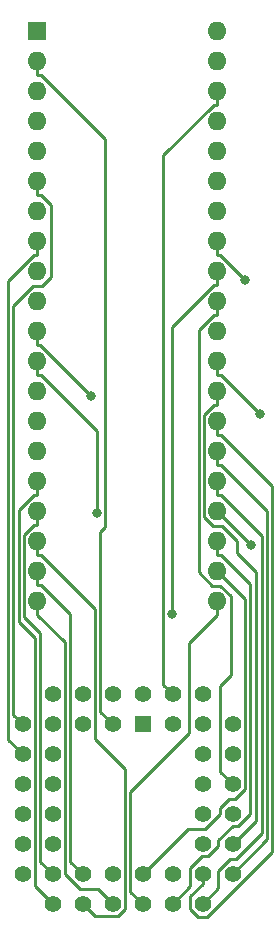
<source format=gbr>
%TF.GenerationSoftware,KiCad,Pcbnew,(5.1.7)-1*%
%TF.CreationDate,2020-11-01T14:15:20+00:00*%
%TF.ProjectId,PLCC44-EPROM-Adapter,504c4343-3434-42d4-9550-524f4d2d4164,rev?*%
%TF.SameCoordinates,Original*%
%TF.FileFunction,Copper,L2,Bot*%
%TF.FilePolarity,Positive*%
%FSLAX46Y46*%
G04 Gerber Fmt 4.6, Leading zero omitted, Abs format (unit mm)*
G04 Created by KiCad (PCBNEW (5.1.7)-1) date 2020-11-01 14:15:20*
%MOMM*%
%LPD*%
G01*
G04 APERTURE LIST*
%TA.AperFunction,ComponentPad*%
%ADD10O,1.600000X1.600000*%
%TD*%
%TA.AperFunction,ComponentPad*%
%ADD11R,1.600000X1.600000*%
%TD*%
%TA.AperFunction,ComponentPad*%
%ADD12C,1.422400*%
%TD*%
%TA.AperFunction,ComponentPad*%
%ADD13R,1.422400X1.422400*%
%TD*%
%TA.AperFunction,ViaPad*%
%ADD14C,0.800000*%
%TD*%
%TA.AperFunction,Conductor*%
%ADD15C,0.250000*%
%TD*%
G04 APERTURE END LIST*
D10*
%TO.P,U2,40*%
%TO.N,/VCC*%
X100194000Y-81692500D03*
%TO.P,U2,20*%
%TO.N,/_OE*%
X84954000Y-129952500D03*
%TO.P,U2,39*%
%TO.N,/A17*%
X100194000Y-84232500D03*
%TO.P,U2,19*%
%TO.N,/D0*%
X84954000Y-127412500D03*
%TO.P,U2,38*%
%TO.N,/A16*%
X100194000Y-86772500D03*
%TO.P,U2,18*%
%TO.N,/D1*%
X84954000Y-124872500D03*
%TO.P,U2,37*%
%TO.N,/A15*%
X100194000Y-89312500D03*
%TO.P,U2,17*%
%TO.N,/D2*%
X84954000Y-122332500D03*
%TO.P,U2,36*%
%TO.N,/A14*%
X100194000Y-91852500D03*
%TO.P,U2,16*%
%TO.N,/D3*%
X84954000Y-119792500D03*
%TO.P,U2,35*%
%TO.N,/A13*%
X100194000Y-94392500D03*
%TO.P,U2,15*%
%TO.N,/D4*%
X84954000Y-117252500D03*
%TO.P,U2,34*%
%TO.N,/A12*%
X100194000Y-96932500D03*
%TO.P,U2,14*%
%TO.N,Net-(U2-Pad14)*%
X84954000Y-114712500D03*
%TO.P,U2,33*%
%TO.N,/A11*%
X100194000Y-99472500D03*
%TO.P,U2,13*%
%TO.N,/D6*%
X84954000Y-112172500D03*
%TO.P,U2,32*%
%TO.N,/A10*%
X100194000Y-102012500D03*
%TO.P,U2,12*%
%TO.N,/D7*%
X84954000Y-109632500D03*
%TO.P,U2,31*%
%TO.N,/A9*%
X100194000Y-104552500D03*
%TO.P,U2,11*%
%TO.N,/GND1*%
X84954000Y-107092500D03*
%TO.P,U2,30*%
%TO.N,/GND2*%
X100194000Y-107092500D03*
%TO.P,U2,10*%
%TO.N,/D8*%
X84954000Y-104552500D03*
%TO.P,U2,29*%
%TO.N,/A8*%
X100194000Y-109632500D03*
%TO.P,U2,9*%
%TO.N,/D9*%
X84954000Y-102012500D03*
%TO.P,U2,28*%
%TO.N,/A7*%
X100194000Y-112172500D03*
%TO.P,U2,8*%
%TO.N,/D10*%
X84954000Y-99472500D03*
%TO.P,U2,27*%
%TO.N,/A6*%
X100194000Y-114712500D03*
%TO.P,U2,7*%
%TO.N,/D11*%
X84954000Y-96932500D03*
%TO.P,U2,26*%
%TO.N,/A5*%
X100194000Y-117252500D03*
%TO.P,U2,6*%
%TO.N,/D12*%
X84954000Y-94392500D03*
%TO.P,U2,25*%
%TO.N,/A4*%
X100194000Y-119792500D03*
%TO.P,U2,5*%
%TO.N,/D13*%
X84954000Y-91852500D03*
%TO.P,U2,24*%
%TO.N,/A3*%
X100194000Y-122332500D03*
%TO.P,U2,4*%
%TO.N,/D14*%
X84954000Y-89312500D03*
%TO.P,U2,23*%
%TO.N,/A2*%
X100194000Y-124872500D03*
%TO.P,U2,3*%
%TO.N,/D15*%
X84954000Y-86772500D03*
%TO.P,U2,22*%
%TO.N,/A1*%
X100194000Y-127412500D03*
%TO.P,U2,2*%
%TO.N,/_CE*%
X84954000Y-84232500D03*
%TO.P,U2,21*%
%TO.N,/A0*%
X100194000Y-129952500D03*
D11*
%TO.P,U2,1*%
%TO.N,/VPP*%
X84954000Y-81692500D03*
%TD*%
D12*
%TO.P,U1,39*%
%TO.N,/A13*%
X101473000Y-140335000D03*
%TO.P,U1,37*%
%TO.N,/A11*%
X101473000Y-142875000D03*
%TO.P,U1,35*%
%TO.N,/A9*%
X101473000Y-145415000D03*
%TO.P,U1,33*%
%TO.N,Net-(U1-Pad33)*%
X101473000Y-147955000D03*
%TO.P,U1,31*%
%TO.N,/A7*%
X101473000Y-150495000D03*
%TO.P,U1,40*%
%TO.N,/A14*%
X98933000Y-137795000D03*
%TO.P,U1,38*%
%TO.N,/A12*%
X98933000Y-142875000D03*
%TO.P,U1,36*%
%TO.N,/A10*%
X98933000Y-145415000D03*
%TO.P,U1,34*%
%TO.N,/GND2*%
X98933000Y-147955000D03*
%TO.P,U1,32*%
%TO.N,/A8*%
X98933000Y-150495000D03*
%TO.P,U1,30*%
%TO.N,/A6*%
X98933000Y-153035000D03*
%TO.P,U1,28*%
%TO.N,/A4*%
X98933000Y-155575000D03*
%TO.P,U1,26*%
%TO.N,/A2*%
X96393000Y-155575000D03*
%TO.P,U1,24*%
%TO.N,/A0*%
X93853000Y-155575000D03*
%TO.P,U1,22*%
%TO.N,/_OE*%
X91313000Y-155575000D03*
%TO.P,U1,20*%
%TO.N,/D1*%
X88773000Y-155575000D03*
%TO.P,U1,18*%
%TO.N,/D3*%
X86233000Y-155575000D03*
%TO.P,U1,29*%
%TO.N,/A5*%
X101473000Y-153035000D03*
%TO.P,U1,27*%
%TO.N,/A3*%
X96393000Y-153035000D03*
%TO.P,U1,25*%
%TO.N,/A1*%
X93853000Y-153035000D03*
%TO.P,U1,23*%
%TO.N,Net-(U1-Pad23)*%
X91313000Y-153035000D03*
%TO.P,U1,21*%
%TO.N,/D0*%
X88773000Y-153035000D03*
%TO.P,U1,19*%
%TO.N,/D2*%
X86233000Y-153035000D03*
%TO.P,U1,17*%
%TO.N,/D4*%
X83693000Y-153035000D03*
%TO.P,U1,15*%
%TO.N,/D6*%
X83693000Y-150495000D03*
%TO.P,U1,13*%
%TO.N,Net-(U1-Pad13)*%
X83693000Y-147955000D03*
%TO.P,U1,11*%
%TO.N,/D8*%
X83693000Y-145415000D03*
%TO.P,U1,9*%
%TO.N,/D10*%
X83693000Y-142875000D03*
%TO.P,U1,7*%
%TO.N,/D12*%
X83693000Y-140335000D03*
%TO.P,U1,16*%
%TO.N,/D5*%
X86233000Y-150495000D03*
%TO.P,U1,14*%
%TO.N,/D7*%
X86233000Y-147955000D03*
%TO.P,U1,12*%
%TO.N,/GND1*%
X86233000Y-145415000D03*
%TO.P,U1,10*%
%TO.N,/D9*%
X86233000Y-142875000D03*
%TO.P,U1,8*%
%TO.N,/D11*%
X86233000Y-140335000D03*
%TO.P,U1,42*%
%TO.N,/A16*%
X96393000Y-137795000D03*
%TO.P,U1,44*%
%TO.N,/VCC*%
X93853000Y-137795000D03*
%TO.P,U1,6*%
%TO.N,/D13*%
X86233000Y-137795000D03*
%TO.P,U1,4*%
%TO.N,/D15*%
X88773000Y-137795000D03*
%TO.P,U1,2*%
%TO.N,/VPP*%
X91313000Y-137795000D03*
%TO.P,U1,41*%
%TO.N,/A15*%
X98933000Y-140335000D03*
%TO.P,U1,43*%
%TO.N,/A17*%
X96393000Y-140335000D03*
%TO.P,U1,5*%
%TO.N,/D14*%
X88773000Y-140335000D03*
%TO.P,U1,3*%
%TO.N,/_CE*%
X91313000Y-140335000D03*
D13*
%TO.P,U1,1*%
%TO.N,Net-(U1-Pad1)*%
X93853000Y-140335000D03*
%TD*%
D14*
%TO.N,/A11*%
X102563200Y-102785100D03*
%TO.N,/A10*%
X96368100Y-131020000D03*
%TO.N,/D7*%
X89971400Y-122476400D03*
%TO.N,/A8*%
X103780400Y-114062800D03*
%TO.N,/GND1*%
X89501400Y-112559300D03*
%TO.N,/A3*%
X103039400Y-125177900D03*
%TD*%
D15*
%TO.N,/D1*%
X84954000Y-124872500D02*
X84954000Y-125997800D01*
X88773000Y-155575000D02*
X89809800Y-156611800D01*
X89809800Y-156611800D02*
X91761100Y-156611800D01*
X91761100Y-156611800D02*
X92359300Y-156013600D01*
X92359300Y-156013600D02*
X92359300Y-144184900D01*
X92359300Y-144184900D02*
X89820900Y-141646500D01*
X89820900Y-141646500D02*
X89820900Y-130583400D01*
X89820900Y-130583400D02*
X85235300Y-125997800D01*
X85235300Y-125997800D02*
X84954000Y-125997800D01*
%TO.N,/D2*%
X84954000Y-122332500D02*
X84954000Y-123457800D01*
X84954000Y-123457800D02*
X84672600Y-123457800D01*
X84672600Y-123457800D02*
X83828700Y-124301700D01*
X83828700Y-124301700D02*
X83828700Y-131248100D01*
X83828700Y-131248100D02*
X85189800Y-132609200D01*
X85189800Y-132609200D02*
X85189800Y-151991800D01*
X85189800Y-151991800D02*
X86233000Y-153035000D01*
%TO.N,/D3*%
X84954000Y-120917800D02*
X84672600Y-120917800D01*
X84672600Y-120917800D02*
X83378400Y-122212000D01*
X83378400Y-122212000D02*
X83378400Y-131660000D01*
X83378400Y-131660000D02*
X84739400Y-133021000D01*
X84739400Y-133021000D02*
X84739400Y-154081400D01*
X84739400Y-154081400D02*
X86233000Y-155575000D01*
X84954000Y-119792500D02*
X84954000Y-120917800D01*
%TO.N,/A11*%
X100194000Y-100597800D02*
X100375900Y-100597800D01*
X100375900Y-100597800D02*
X102563200Y-102785100D01*
X100194000Y-99472500D02*
X100194000Y-100597800D01*
%TO.N,/A10*%
X100194000Y-102012500D02*
X100194000Y-103137800D01*
X96368100Y-131020000D02*
X96368100Y-106682400D01*
X96368100Y-106682400D02*
X99912700Y-103137800D01*
X99912700Y-103137800D02*
X100194000Y-103137800D01*
%TO.N,/A9*%
X100194000Y-104552500D02*
X100194000Y-105677800D01*
X101473000Y-145415000D02*
X100418100Y-144360100D01*
X100418100Y-144360100D02*
X100418100Y-137124800D01*
X100418100Y-137124800D02*
X101322100Y-136220800D01*
X101322100Y-136220800D02*
X101322100Y-129487500D01*
X101322100Y-129487500D02*
X100447700Y-128613100D01*
X100447700Y-128613100D02*
X99758200Y-128613100D01*
X99758200Y-128613100D02*
X98606300Y-127461200D01*
X98606300Y-127461200D02*
X98606300Y-106984200D01*
X98606300Y-106984200D02*
X99912700Y-105677800D01*
X99912700Y-105677800D02*
X100194000Y-105677800D01*
%TO.N,/D7*%
X84954000Y-109632500D02*
X84954000Y-110757800D01*
X89971400Y-122476400D02*
X89971400Y-115493900D01*
X89971400Y-115493900D02*
X85235300Y-110757800D01*
X85235300Y-110757800D02*
X84954000Y-110757800D01*
%TO.N,/A8*%
X100194000Y-110757800D02*
X100475400Y-110757800D01*
X100475400Y-110757800D02*
X103780400Y-114062800D01*
X100194000Y-109632500D02*
X100194000Y-110757800D01*
%TO.N,/GND1*%
X84954000Y-108217800D02*
X85159900Y-108217800D01*
X85159900Y-108217800D02*
X89501400Y-112559300D01*
X84954000Y-107092500D02*
X84954000Y-108217800D01*
%TO.N,/A7*%
X100194000Y-112172500D02*
X100194000Y-113297800D01*
X101473000Y-150495000D02*
X103435500Y-148532500D01*
X103435500Y-148532500D02*
X103435500Y-127428900D01*
X103435500Y-127428900D02*
X101875500Y-125868900D01*
X101875500Y-125868900D02*
X101875500Y-124879300D01*
X101875500Y-124879300D02*
X100598700Y-123602500D01*
X100598700Y-123602500D02*
X99833600Y-123602500D01*
X99833600Y-123602500D02*
X99068700Y-122837600D01*
X99068700Y-122837600D02*
X99068700Y-114141700D01*
X99068700Y-114141700D02*
X99912600Y-113297800D01*
X99912600Y-113297800D02*
X100194000Y-113297800D01*
%TO.N,/A6*%
X100194000Y-114712500D02*
X100194000Y-115837800D01*
X98933000Y-153035000D02*
X98933000Y-153877400D01*
X98933000Y-153877400D02*
X97887900Y-154922500D01*
X97887900Y-154922500D02*
X97887900Y-156000900D01*
X97887900Y-156000900D02*
X98573400Y-156686400D01*
X98573400Y-156686400D02*
X99311900Y-156686400D01*
X99311900Y-156686400D02*
X104853600Y-151144700D01*
X104853600Y-151144700D02*
X104853600Y-120216100D01*
X104853600Y-120216100D02*
X100475300Y-115837800D01*
X100475300Y-115837800D02*
X100194000Y-115837800D01*
%TO.N,/A5*%
X101473000Y-153035000D02*
X104396000Y-150112000D01*
X104396000Y-150112000D02*
X104396000Y-122298500D01*
X104396000Y-122298500D02*
X100475300Y-118377800D01*
X100475300Y-118377800D02*
X100194000Y-118377800D01*
X100194000Y-117252500D02*
X100194000Y-118377800D01*
%TO.N,/D10*%
X84954000Y-100597800D02*
X84672700Y-100597800D01*
X84672700Y-100597800D02*
X82477800Y-102792700D01*
X82477800Y-102792700D02*
X82477800Y-141659800D01*
X82477800Y-141659800D02*
X83693000Y-142875000D01*
X84954000Y-99472500D02*
X84954000Y-100597800D01*
%TO.N,/A4*%
X98933000Y-155575000D02*
X100268800Y-154239200D01*
X100268800Y-154239200D02*
X100268800Y-152760100D01*
X100268800Y-152760100D02*
X101263900Y-151765000D01*
X101263900Y-151765000D02*
X101743400Y-151765000D01*
X101743400Y-151765000D02*
X103945700Y-149562700D01*
X103945700Y-149562700D02*
X103945700Y-124396000D01*
X103945700Y-124396000D02*
X100467500Y-120917800D01*
X100467500Y-120917800D02*
X100194000Y-120917800D01*
X100194000Y-119792500D02*
X100194000Y-120917800D01*
%TO.N,/A3*%
X103039400Y-125177900D02*
X100194000Y-122332500D01*
%TO.N,/D12*%
X84954000Y-95517800D02*
X85235300Y-95517800D01*
X85235300Y-95517800D02*
X86080100Y-96362600D01*
X86080100Y-96362600D02*
X86080100Y-102527200D01*
X86080100Y-102527200D02*
X85324800Y-103282500D01*
X85324800Y-103282500D02*
X84609900Y-103282500D01*
X84609900Y-103282500D02*
X82928100Y-104964300D01*
X82928100Y-104964300D02*
X82928100Y-139570100D01*
X82928100Y-139570100D02*
X83693000Y-140335000D01*
X84954000Y-94392500D02*
X84954000Y-95517800D01*
%TO.N,/A2*%
X100194000Y-125997800D02*
X100475300Y-125997800D01*
X100475300Y-125997800D02*
X102975400Y-128497900D01*
X102975400Y-128497900D02*
X102975400Y-147932700D01*
X102975400Y-147932700D02*
X101908400Y-148999700D01*
X101908400Y-148999700D02*
X101473900Y-148999700D01*
X101473900Y-148999700D02*
X100284400Y-150189200D01*
X100284400Y-150189200D02*
X100284400Y-150664100D01*
X100284400Y-150664100D02*
X99416900Y-151531600D01*
X99416900Y-151531600D02*
X98916000Y-151531600D01*
X98916000Y-151531600D02*
X97896400Y-152551200D01*
X97896400Y-152551200D02*
X97896400Y-154071600D01*
X97896400Y-154071600D02*
X96393000Y-155575000D01*
X100194000Y-124872500D02*
X100194000Y-125997800D01*
%TO.N,/A1*%
X93853000Y-153035000D02*
X97672100Y-149215900D01*
X97672100Y-149215900D02*
X99150100Y-149215900D01*
X99150100Y-149215900D02*
X100418300Y-147947700D01*
X100418300Y-147947700D02*
X100418300Y-147433100D01*
X100418300Y-147433100D02*
X101166400Y-146685000D01*
X101166400Y-146685000D02*
X101670200Y-146685000D01*
X101670200Y-146685000D02*
X102525000Y-145830200D01*
X102525000Y-145830200D02*
X102525000Y-129743500D01*
X102525000Y-129743500D02*
X100194000Y-127412500D01*
%TO.N,/A0*%
X100194000Y-131077800D02*
X97759700Y-133512100D01*
X97759700Y-133512100D02*
X97759700Y-141135100D01*
X97759700Y-141135100D02*
X92809700Y-146085100D01*
X92809700Y-146085100D02*
X92809700Y-154531700D01*
X92809700Y-154531700D02*
X93853000Y-155575000D01*
X100194000Y-129952500D02*
X100194000Y-131077800D01*
%TO.N,/_CE*%
X91313000Y-140335000D02*
X90271300Y-139293300D01*
X90271300Y-139293300D02*
X90271300Y-124057000D01*
X90271300Y-124057000D02*
X90705700Y-123622600D01*
X90705700Y-123622600D02*
X90705700Y-90828200D01*
X90705700Y-90828200D02*
X85235300Y-85357800D01*
X85235300Y-85357800D02*
X84954000Y-85357800D01*
X84954000Y-84232500D02*
X84954000Y-85357800D01*
%TO.N,/_OE*%
X84954000Y-129952500D02*
X84954000Y-131077800D01*
X84954000Y-131077800D02*
X87269600Y-133393400D01*
X87269600Y-133393400D02*
X87269600Y-153055200D01*
X87269600Y-153055200D02*
X88519400Y-154305000D01*
X88519400Y-154305000D02*
X90043000Y-154305000D01*
X90043000Y-154305000D02*
X91313000Y-155575000D01*
%TO.N,/D0*%
X84954000Y-127412500D02*
X84954000Y-128537800D01*
X88773000Y-153035000D02*
X87736500Y-151998500D01*
X87736500Y-151998500D02*
X87736500Y-131039000D01*
X87736500Y-131039000D02*
X85235300Y-128537800D01*
X85235300Y-128537800D02*
X84954000Y-128537800D01*
%TO.N,/A16*%
X100194000Y-86772500D02*
X100194000Y-87897800D01*
X96393000Y-137795000D02*
X95627200Y-137029200D01*
X95627200Y-137029200D02*
X95627200Y-92183300D01*
X95627200Y-92183300D02*
X99912700Y-87897800D01*
X99912700Y-87897800D02*
X100194000Y-87897800D01*
%TD*%
M02*

</source>
